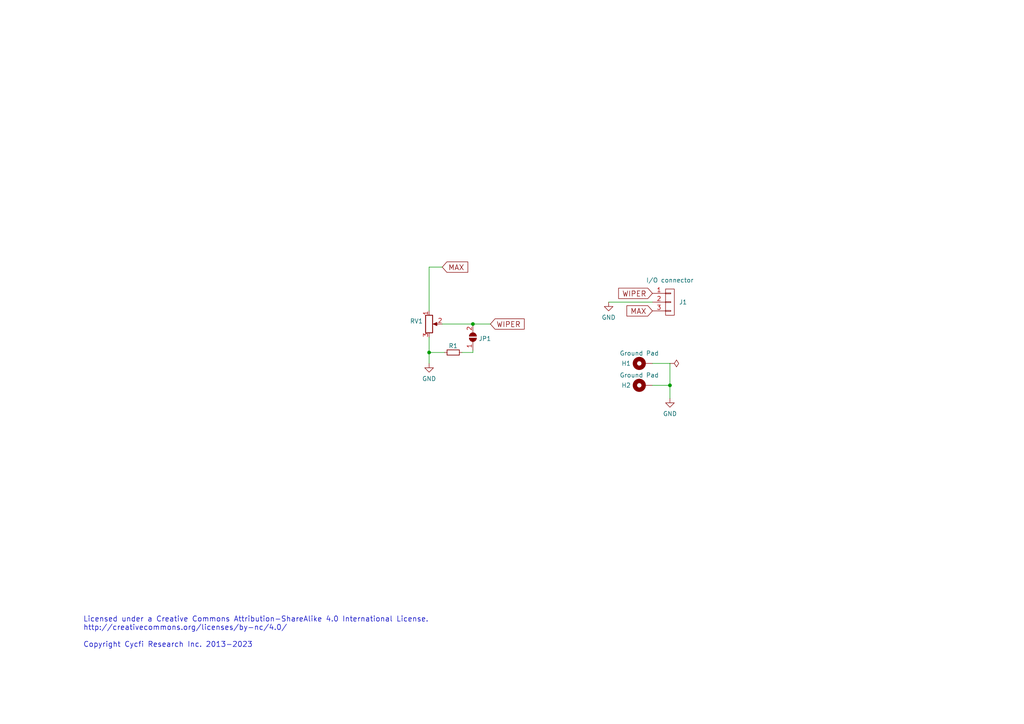
<source format=kicad_sch>
(kicad_sch (version 20211123) (generator eeschema)
  (paper "A4")
  (title_block (title "CV Pot Big") (date "2023-08-05") (rev "v3.1") (company "Document Number: 2022005"))
  (lib_symbols
    (symbol "Device:R_Potentiometer" (pin_names (offset 1.016) hide)
      (property "Reference" "RV" (at -4.445 0 90))
      (property "Value" "R_Potentiometer" (at -2.54 0 90))
      (symbol "R_Potentiometer_0_1"
        (polyline (pts (xy 2.54 0) (xy 1.524 0)))
        (polyline (pts (xy 1.143 0) (xy 2.286 0.508) (xy 2.286 -0.508) (xy 1.143 0)) (fill (type outline)))
        (rectangle (start 1.016 2.54) (end -1.016 -2.54) (stroke (width 0.254)))
      )
      (symbol "R_Potentiometer_1_1"
        (pin passive line (at 0 3.81 270) (length 1.27) (name "1") (number "1"))
        (pin passive line (at 3.81 0 180) (length 1.27) (name "2") (number "2"))
        (pin passive line (at 0 -3.81 90) (length 1.27) (name "3") (number "3"))
      )
    )
    (symbol "Device:R_Small" (pin_numbers hide) (pin_names (offset 0.254) hide)
      (property "Reference" "R" (at 0.762 0.508 0))
      (property "Value" "R_Small" (at 0.762 -1.016 0))
      (symbol "R_Small_0_1"
        (rectangle (start -0.762 1.778) (end 0.762 -1.778) (stroke (width 0.2032)))
      )
      (symbol "R_Small_1_1"
        (pin passive line (at 0 2.54 270) (length 0.762) (name "~") (number "1"))
        (pin passive line (at 0 -2.54 90) (length 0.762) (name "~") (number "2"))
      )
    )
    (symbol "Jumper:SolderJumper_2_Open" (pin_names (offset 0) hide)
      (property "Reference" "JP" (at 0 2.032 0))
      (property "Value" "SolderJumper_2_Open" (at 0 -2.54 0))
      (symbol "SolderJumper_2_Open_0_1"
        (arc (start -0.254 1.016) (mid -1.27 0) (end -0.254 -1.016))
        (arc (start -0.254 1.016) (mid -1.27 0) (end -0.254 -1.016) (fill (type outline)))
        (polyline (pts (xy -0.254 1.016) (xy -0.254 -1.016)))
        (polyline (pts (xy 0.254 1.016) (xy 0.254 -1.016)))
        (arc (start 0.254 -1.016) (mid 1.27 0) (end 0.254 1.016))
        (arc (start 0.254 -1.016) (mid 1.27 0) (end 0.254 1.016) (fill (type outline)))
      )
      (symbol "SolderJumper_2_Open_1_1"
        (pin passive line (at -3.81 0 0) (length 2.54) (name "A") (number "1"))
        (pin passive line (at 3.81 0 180) (length 2.54) (name "B") (number "2"))
      )
    )
    (symbol "Mechanical:MountingHole_Pad" (pin_numbers hide) (pin_names (offset 1.016) hide)
      (property "Reference" "H" (at 0 6.35 0))
      (property "Value" "MountingHole_Pad" (at 0 4.445 0))
      (symbol "MountingHole_Pad_0_1"
        (circle (center 0 1.27) (radius 1.27) (stroke (width 1.27)))
      )
      (symbol "MountingHole_Pad_1_1"
        (pin input line (at 0 -2.54 90) (length 2.54) (name "1") (number "1"))
      )
    )
    (symbol "cycfi_library:conn_1x3" (pin_names (offset 1.016) hide)
      (property "Reference" "J" (at 0 5.08 0))
      (property "Value" "conn_1x3" (at 2.54 0 90))
      (symbol "conn_1x3_0_1"
        (rectangle (start -1.27 -2.413) (end 0.254 -2.667))
        (rectangle (start -1.27 0.127) (end 0.254 -0.127))
        (rectangle (start -1.27 2.667) (end 0.254 2.413))
        (rectangle (start -1.27 3.81) (end 1.27 -3.81))
      )
      (symbol "conn_1x3_1_1"
        (pin passive line (at -5.08 2.54 0) (length 3.81) (name "P1") (number "1"))
        (pin passive line (at -5.08 0 0) (length 3.81) (name "P2") (number "2"))
        (pin passive line (at -5.08 -2.54 0) (length 3.81) (name "P3") (number "3"))
      )
    )
    (symbol "power:GND" (power) (pin_names (offset 0))
      (property "Value" "GND" (at 0 -3.81 0))
      (symbol "GND_0_1"
        (polyline (pts (xy 0 0) (xy 0 -1.27) (xy 1.27 -1.27) (xy 0 -2.54) (xy -1.27 -1.27) (xy 0 -1.27)))
      )
      (symbol "GND_1_1"
        (pin power_in line (at 0 0 270) (length 0) hide (name "GND") (number "1"))
      )
    )
    (symbol "power:PWR_FLAG" (power) (pin_numbers hide) (pin_names (offset 0) hide)
      (property "Value" "PWR_FLAG" (at 0 3.81 0))
      (symbol "PWR_FLAG_0_0"
        (pin power_out line (at 0 0 90) (length 0) (name "pwr") (number "1"))
      )
      (symbol "PWR_FLAG_0_1"
        (polyline (pts (xy 0 0) (xy 0 1.27) (xy -1.016 1.905) (xy 0 2.54) (xy 1.016 1.905) (xy 0 1.27)))
      )
    )
  )
  (junction (at 194.31 111.76))
  (junction (at 137.16 93.98))
  (junction (at 124.46 102.235))
  (wire (pts (xy 189.23 105.41) (xy 194.31 105.41)))
  (wire (pts (xy 176.53 87.63) (xy 189.23 87.63)))
  (wire (pts (xy 124.46 97.79) (xy 124.46 102.235)))
  (wire (pts (xy 137.16 102.235) (xy 133.985 102.235)))
  (wire (pts (xy 137.16 93.98) (xy 142.24 93.98)))
  (wire (pts (xy 128.27 77.47) (xy 124.46 77.47)))
  (wire (pts (xy 137.16 101.6) (xy 137.16 102.235)))
  (wire (pts (xy 194.31 105.41) (xy 194.31 111.76)))
  (wire (pts (xy 124.46 77.47) (xy 124.46 90.17)))
  (wire (pts (xy 128.27 93.98) (xy 137.16 93.98)))
  (wire (pts (xy 189.23 111.76) (xy 194.31 111.76)))
  (wire (pts (xy 194.31 111.76) (xy 194.31 115.57)))
  (wire (pts (xy 124.46 102.235) (xy 124.46 105.41)))
  (wire (pts (xy 124.46 102.235) (xy 128.905 102.235)))
  (text "Licensed under a Creative Commons Attribution-ShareAlike 4.0 International License. \nhttp://creativecommons.org/licenses/by-nc/4.0/\n\nCopyright Cycfi Research Inc. 2013-2023" (at 24.13 187.96 0) (effects (font (size 1.524 1.524)) (justify left bottom)))
  (global_label "WIPER" (shape input) (at 189.23 85.09 180) (effects (font (size 1.524 1.524))) (property "Intersheet References" "${INTERSHEET_REFS}" (effects hide)))
  (global_label "MAX" (shape input) (at 189.23 90.17 180) (effects (font (size 1.524 1.524))) (property "Intersheet References" "${INTERSHEET_REFS}" (effects hide)))
  (global_label "MAX" (shape input) (at 128.27 77.47 0) (effects (font (size 1.524 1.524))) (property "Intersheet References" "${INTERSHEET_REFS}" (effects hide)))
  (global_label "WIPER" (shape input) (at 142.24 93.98 0) (effects (font (size 1.524 1.524))) (property "Intersheet References" "${INTERSHEET_REFS}" (effects hide)))
  (symbol (lib_id "Jumper:SolderJumper_2_Open") (at 137.16 97.79 90) (unit 1)
    (property "Reference" "JP1" (at 138.811 98.2238 90) (effects (justify right)))
    (property "Value" "SolderJumper_2_Open" (effects hide))
    (property "Footprint" "Jumper:SolderJumper-2_P1.3mm_Open_TrianglePad1.0x1.5mm" (effects hide))
  )
  (symbol (lib_id "power:GND") (at 176.53 87.63 0) (unit 1)
    (property "Reference" "#PWR02" (effects hide))
    (property "Value" "GND" (at 176.53 92.0734 0))
  )
  (symbol (lib_id "power:PWR_FLAG") (at 194.31 105.41 270) (unit 1)
    (property "Reference" "#FLG0101" (effects hide))
    (property "Value" "PWR_FLAG" (effects hide))
  )
  (symbol (lib_id "power:GND") (at 124.46 105.41 0) (unit 1)
    (property "Reference" "#PWR01" (effects hide))
    (property "Value" "GND" (at 124.46 109.8534 0))
  )
  (symbol (lib_id "Device:R_Potentiometer") (at 124.46 93.98 0) (unit 1)
    (property "Reference" "RV1" (at 122.6821 93.1453 0) (effects (justify right)))
    (property "Value" "500k" (effects hide))
    (property "Footprint" "cycfi_library:bourns_pdb241" (effects hide))
  )
  (symbol (lib_id "Device:R_Small") (at 131.445 102.235 90) (unit 1)
    (property "Reference" "R1" (at 131.445 100.3356 90))
    (property "Value" "100k" (effects hide))
    (property "Footprint" "Resistor_SMD:R_0805_2012Metric_Pad1.20x1.40mm_HandSolder" (effects hide))
    (property "LCSC" "C149504" (effects hide))
  )
  (symbol (lib_id "Mechanical:MountingHole_Pad") (at 186.69 105.41 90) (unit 1)
    (property "Reference" "H1" (at 181.61 105.41 90))
    (property "Value" "Ground Pad" (at 185.42 102.4691 90))
    (property "Footprint" "cycfi_library:single-pad-2x2-circular" (effects hide))
  )
  (symbol (lib_id "Mechanical:MountingHole_Pad") (at 186.69 111.76 90) (unit 1)
    (property "Reference" "H2" (at 181.61 111.76 90))
    (property "Value" "Ground Pad" (at 185.42 108.8191 90))
    (property "Footprint" "cycfi_library:single-pad-2x2-circular" (effects hide))
  )
  (symbol (lib_id "cycfi_library:conn_1x3") (at 194.31 87.63 0) (unit 1)
    (property "Reference" "J1" (at 198.12 87.63 0))
    (property "Value" "I/O connector" (at 194.31 81.2769 0))
    (property "Footprint" "cycfi_library:pin_header_1x3p_2.54mm_smd_horizontal" (effects hide))
  )
  (symbol (lib_id "power:GND") (at 194.31 115.57 0) (unit 1)
    (property "Reference" "#PWR03" (effects hide))
    (property "Value" "GND" (at 194.31 120.0134 0))
  )
)
</source>
